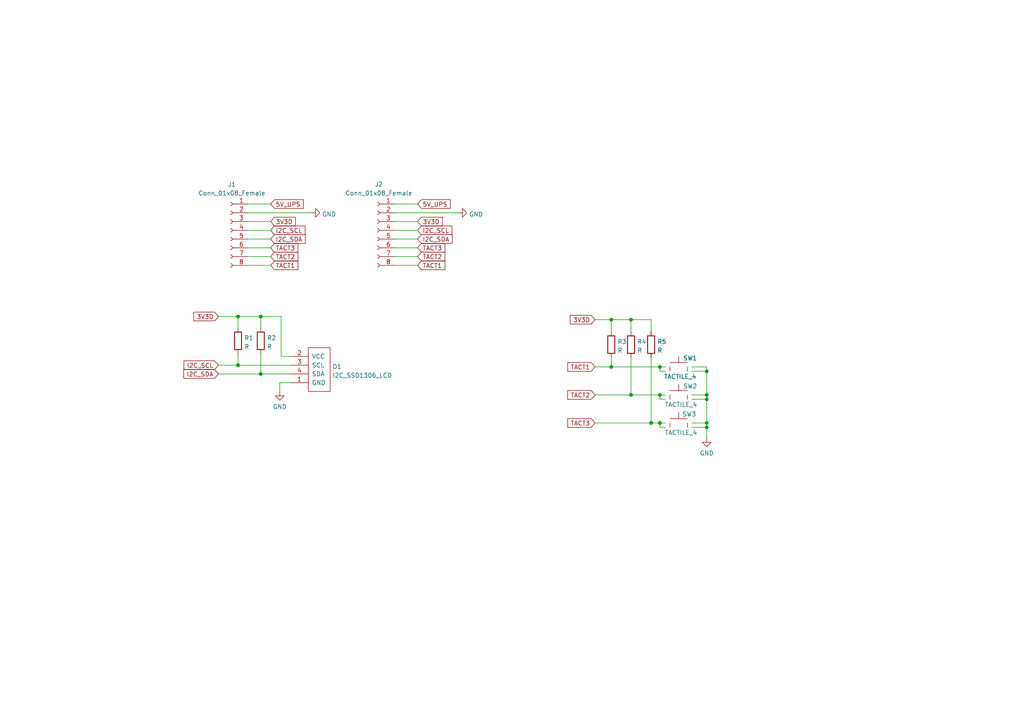
<source format=kicad_sch>
(kicad_sch (version 20211123) (generator eeschema)
  (paper "A4")
  (lib_symbols
    (symbol "Connector:Conn_01x08_Female" (pin_names (offset 1.016) hide)
      (property "Reference" "J" (at 0 10.16 0))
      (property "Value" "Conn_01x08_Female" (at 0 -12.7 0))
      (symbol "Conn_01x08_Female_1_1"
        (arc (start 0 -9.652) (mid -0.508 -10.16) (end 0 -10.668) (stroke (width 0.1524)))
        (arc (start 0 -7.112) (mid -0.508 -7.62) (end 0 -8.128) (stroke (width 0.1524)))
        (arc (start 0 -4.572) (mid -0.508 -5.08) (end 0 -5.588) (stroke (width 0.1524)))
        (arc (start 0 -2.032) (mid -0.508 -2.54) (end 0 -3.048) (stroke (width 0.1524)))
        (polyline (pts (xy -1.27 -10.16) (xy -0.508 -10.16)) (stroke (width 0.1524)))
        (polyline (pts (xy -1.27 -7.62) (xy -0.508 -7.62)) (stroke (width 0.1524)))
        (polyline (pts (xy -1.27 -5.08) (xy -0.508 -5.08)) (stroke (width 0.1524)))
        (polyline (pts (xy -1.27 -2.54) (xy -0.508 -2.54)) (stroke (width 0.1524)))
        (polyline (pts (xy -1.27 0) (xy -0.508 0)) (stroke (width 0.1524)))
        (polyline (pts (xy -1.27 2.54) (xy -0.508 2.54)) (stroke (width 0.1524)))
        (polyline (pts (xy -1.27 5.08) (xy -0.508 5.08)) (stroke (width 0.1524)))
        (polyline (pts (xy -1.27 7.62) (xy -0.508 7.62)) (stroke (width 0.1524)))
        (arc (start 0 0.508) (mid -0.508 0) (end 0 -0.508) (stroke (width 0.1524)))
        (arc (start 0 3.048) (mid -0.508 2.54) (end 0 2.032) (stroke (width 0.1524)))
        (arc (start 0 5.588) (mid -0.508 5.08) (end 0 4.572) (stroke (width 0.1524)))
        (arc (start 0 8.128) (mid -0.508 7.62) (end 0 7.112) (stroke (width 0.1524)))
        (pin passive line (at -5.08 7.62 0) (length 3.81) (name "Pin_1") (number "1"))
        (pin passive line (at -5.08 5.08 0) (length 3.81) (name "Pin_2") (number "2"))
        (pin passive line (at -5.08 2.54 0) (length 3.81) (name "Pin_3") (number "3"))
        (pin passive line (at -5.08 0 0) (length 3.81) (name "Pin_4") (number "4"))
        (pin passive line (at -5.08 -2.54 0) (length 3.81) (name "Pin_5") (number "5"))
        (pin passive line (at -5.08 -5.08 0) (length 3.81) (name "Pin_6") (number "6"))
        (pin passive line (at -5.08 -7.62 0) (length 3.81) (name "Pin_7") (number "7"))
        (pin passive line (at -5.08 -10.16 0) (length 3.81) (name "Pin_8") (number "8"))
      )
    )
    (symbol "Device:R" (pin_numbers hide) (pin_names (offset 0))
      (property "Reference" "R" (at 2.032 0 90))
      (property "Value" "R" (at 0 0 90))
      (symbol "R_0_1"
        (rectangle (start -1.016 -2.54) (end 1.016 2.54) (stroke (width 0.254)))
      )
      (symbol "R_1_1"
        (pin passive line (at 0 3.81 270) (length 1.27) (name "~") (number "1"))
        (pin passive line (at 0 -3.81 90) (length 1.27) (name "~") (number "2"))
      )
    )
    (symbol "Ninja-qPCR:I2C_SSD1306_LCD" (pin_names (offset 1.016))
      (property "Reference" "D" (at 2.54 3.81 0))
      (property "Value" "I2C_SSD1306_LCD" (at 3.81 -12.7 0))
      (symbol "I2C_SSD1306_LCD_0_1"
        (rectangle (start 0 2.54) (end 6.35 -10.16))
      )
      (symbol "I2C_SSD1306_LCD_1_1"
        (pin input line (at -5.08 -7.62 0) (length 5.08) (name "GND") (number "1"))
        (pin input line (at -5.08 0 0) (length 5.08) (name "VCC") (number "2"))
        (pin input line (at -5.08 -2.54 0) (length 5.08) (name "SCL") (number "3"))
        (pin input line (at -5.08 -5.08 0) (length 5.08) (name "SDA") (number "4"))
      )
    )
    (symbol "Ninja-qPCR:TACTILE_4" (pin_numbers hide) (pin_names (offset 1.016) hide)
      (property "Reference" "SW" (at 1.27 2.54 0))
      (property "Value" "TACTILE_4" (at 0 -3.81 0))
      (symbol "TACTILE_4_0_1"
        (polyline (pts (xy -2.54 0) (xy -2.54 -1.27)))
        (polyline (pts (xy 0 1.27) (xy 0 3.048)))
        (polyline (pts (xy 2.54 0) (xy 2.54 -1.27)))
        (polyline (pts (xy 2.54 1.27) (xy -2.54 1.27)))
      )
      (symbol "TACTILE_4_1_1"
        (pin passive line (at -3.81 0 0) (length 2.54) hide (name "1") (number "1"))
        (pin passive line (at -3.81 -1.27 0) (length 2.54) hide (name "2") (number "2"))
        (pin passive line (at 3.81 0 180) (length 2.54) hide (name "3") (number "3"))
        (pin passive line (at 3.81 -1.27 180) (length 2.54) hide (name "4") (number "4"))
      )
    )
    (symbol "power:GND" (power) (pin_names (offset 0))
      (property "Value" "GND" (at 0 -3.81 0))
      (symbol "GND_0_1"
        (polyline (pts (xy 0 0) (xy 0 -1.27) (xy 1.27 -1.27) (xy 0 -2.54) (xy -1.27 -1.27) (xy 0 -1.27)))
      )
      (symbol "GND_1_1"
        (pin power_in line (at 0 0 270) (length 0) hide (name "GND") (number "1"))
      )
    )
  )
  (junction (at 177.292 106.426))
  (junction (at 188.849 122.682))
  (junction (at 204.978 122.682))
  (junction (at 69.0372 105.918))
  (junction (at 204.978 114.554))
  (junction (at 204.978 123.952))
  (junction (at 183.007 114.554))
  (junction (at 191.389 122.682))
  (junction (at 75.6412 91.7956))
  (junction (at 204.978 115.824))
  (junction (at 191.389 106.426))
  (junction (at 69.0372 91.7956))
  (junction (at 204.978 107.696))
  (junction (at 183.007 92.71))
  (junction (at 75.6412 108.458))
  (junction (at 191.389 114.554))
  (junction (at 177.292 92.71))
  (wire (pts (xy 71.9328 69.342) (xy 78.486 69.342)))
  (wire (pts (xy 63.3476 105.918) (xy 69.0372 105.918)))
  (wire (pts (xy 71.9328 76.962) (xy 78.486 76.962)))
  (wire (pts (xy 172.593 106.426) (xy 177.292 106.426)))
  (wire (pts (xy 114.554 76.962) (xy 121.1072 76.962)))
  (wire (pts (xy 183.007 103.759) (xy 183.007 114.554)))
  (wire (pts (xy 177.292 103.759) (xy 177.292 106.426)))
  (wire (pts (xy 75.6412 91.7956) (xy 69.0372 91.7956)))
  (wire (pts (xy 177.292 106.426) (xy 191.389 106.426)))
  (wire (pts (xy 71.9328 74.422) (xy 78.486 74.422)))
  (wire (pts (xy 114.554 74.422) (xy 121.1072 74.422)))
  (wire (pts (xy 183.007 114.554) (xy 191.389 114.554)))
  (wire (pts (xy 188.849 103.759) (xy 188.849 122.682)))
  (wire (pts (xy 200.66 114.554) (xy 204.978 114.554)))
  (wire (pts (xy 75.6412 91.7956) (xy 75.6412 95.0468)))
  (wire (pts (xy 191.389 114.554) (xy 191.389 115.824)))
  (wire (pts (xy 75.6412 102.6668) (xy 75.6412 108.458)))
  (wire (pts (xy 81.534 103.378) (xy 81.534 91.7956)))
  (wire (pts (xy 69.0372 91.7956) (xy 69.0372 95.0468)))
  (wire (pts (xy 71.9328 61.722) (xy 90.2208 61.722)))
  (wire (pts (xy 172.593 114.554) (xy 183.007 114.554)))
  (wire (pts (xy 177.292 92.71) (xy 183.007 92.71)))
  (wire (pts (xy 193.04 122.682) (xy 191.389 122.682)))
  (wire (pts (xy 114.554 61.722) (xy 132.842 61.722)))
  (wire (pts (xy 69.0372 105.918) (xy 84.328 105.918)))
  (wire (pts (xy 75.6412 108.458) (xy 84.328 108.458)))
  (wire (pts (xy 204.978 115.824) (xy 204.978 122.682)))
  (wire (pts (xy 114.554 59.182) (xy 121.1072 59.182)))
  (wire (pts (xy 204.978 123.952) (xy 204.978 127)))
  (wire (pts (xy 191.389 123.952) (xy 193.04 123.952)))
  (wire (pts (xy 172.593 122.682) (xy 188.849 122.682)))
  (wire (pts (xy 71.9328 64.262) (xy 78.486 64.262)))
  (wire (pts (xy 71.9328 66.802) (xy 78.486 66.802)))
  (wire (pts (xy 114.554 66.802) (xy 121.1072 66.802)))
  (wire (pts (xy 114.554 69.342) (xy 121.1072 69.342)))
  (wire (pts (xy 200.66 122.682) (xy 204.978 122.682)))
  (wire (pts (xy 63.3476 108.458) (xy 75.6412 108.458)))
  (wire (pts (xy 193.04 106.426) (xy 191.389 106.426)))
  (wire (pts (xy 200.66 115.824) (xy 204.978 115.824)))
  (wire (pts (xy 204.978 106.426) (xy 204.978 107.696)))
  (wire (pts (xy 69.0372 102.6668) (xy 69.0372 105.918)))
  (wire (pts (xy 193.04 114.554) (xy 191.389 114.554)))
  (wire (pts (xy 191.389 122.682) (xy 191.389 123.952)))
  (wire (pts (xy 204.978 122.682) (xy 204.978 123.952)))
  (wire (pts (xy 191.389 115.824) (xy 193.04 115.824)))
  (wire (pts (xy 81.153 110.998) (xy 81.153 113.538)))
  (wire (pts (xy 71.9328 71.882) (xy 78.486 71.882)))
  (wire (pts (xy 200.66 106.426) (xy 204.978 106.426)))
  (wire (pts (xy 69.0372 91.7956) (xy 63.3984 91.7956)))
  (wire (pts (xy 200.66 123.952) (xy 204.978 123.952)))
  (wire (pts (xy 177.292 92.71) (xy 177.292 96.139)))
  (wire (pts (xy 188.849 92.71) (xy 188.849 96.139)))
  (wire (pts (xy 183.007 92.71) (xy 188.849 92.71)))
  (wire (pts (xy 191.389 107.696) (xy 193.04 107.696)))
  (wire (pts (xy 114.554 64.262) (xy 121.1072 64.262)))
  (wire (pts (xy 84.328 110.998) (xy 81.153 110.998)))
  (wire (pts (xy 200.66 107.696) (xy 204.978 107.696)))
  (wire (pts (xy 204.978 107.696) (xy 204.978 114.554)))
  (wire (pts (xy 84.328 103.378) (xy 81.534 103.378)))
  (wire (pts (xy 188.849 122.682) (xy 191.389 122.682)))
  (wire (pts (xy 204.978 114.554) (xy 204.978 115.824)))
  (wire (pts (xy 114.554 71.882) (xy 121.1072 71.882)))
  (wire (pts (xy 172.466 92.71) (xy 177.292 92.71)))
  (wire (pts (xy 183.007 92.71) (xy 183.007 96.139)))
  (wire (pts (xy 191.389 106.426) (xy 191.389 107.696)))
  (wire (pts (xy 71.9328 59.182) (xy 78.486 59.182)))
  (wire (pts (xy 81.534 91.7956) (xy 75.6412 91.7956)))
  (global_label "3V3D" (shape input) (at 121.1072 64.262 0) (property "Intersheet References" "${INTERSHEET_REFS}" (effects hide)))
  (global_label "I2C_SCL" (shape input) (at 121.1072 66.802 0) (property "Intersheet References" "${INTERSHEET_REFS}" (effects hide)))
  (global_label "TACT3" (shape input) (at 121.1072 71.882 0) (property "Intersheet References" "${INTERSHEET_REFS}" (effects hide)))
  (global_label "3V3D" (shape input) (at 172.593 92.71 180) (property "Intersheet References" "${INTERSHEET_REFS}" (effects hide)))
  (global_label "I2C_SCL" (shape input) (at 78.486 66.802 0) (property "Intersheet References" "${INTERSHEET_REFS}" (effects hide)))
  (global_label "TACT1" (shape input) (at 121.1072 76.962 0) (property "Intersheet References" "${INTERSHEET_REFS}" (effects hide)))
  (global_label "TACT2" (shape input) (at 121.1072 74.422 0) (property "Intersheet References" "${INTERSHEET_REFS}" (effects hide)))
  (global_label "I2C_SCL" (shape input) (at 63.3476 105.918 180) (property "Intersheet References" "${INTERSHEET_REFS}" (effects hide)))
  (global_label "5V_UPS" (shape input) (at 121.1072 59.182 0) (property "Intersheet References" "${INTERSHEET_REFS}" (effects hide)))
  (global_label "TACT1" (shape input) (at 172.593 106.426 180) (property "Intersheet References" "${INTERSHEET_REFS}" (effects hide)))
  (global_label "TACT1" (shape input) (at 78.486 76.962 0) (property "Intersheet References" "${INTERSHEET_REFS}" (effects hide)))
  (global_label "I2C_SDA" (shape input) (at 121.1072 69.342 0) (property "Intersheet References" "${INTERSHEET_REFS}" (effects hide)))
  (global_label "TACT3" (shape input) (at 78.486 71.882 0) (property "Intersheet References" "${INTERSHEET_REFS}" (effects hide)))
  (global_label "TACT2" (shape input) (at 172.593 114.554 180) (property "Intersheet References" "${INTERSHEET_REFS}" (effects hide)))
  (global_label "TACT2" (shape input) (at 78.486 74.422 0) (property "Intersheet References" "${INTERSHEET_REFS}" (effects hide)))
  (global_label "I2C_SDA" (shape input) (at 78.486 69.342 0) (property "Intersheet References" "${INTERSHEET_REFS}" (effects hide)))
  (global_label "3V3D" (shape input) (at 63.3984 91.7956 180) (property "Intersheet References" "${INTERSHEET_REFS}" (effects hide)))
  (global_label "I2C_SDA" (shape input) (at 63.3476 108.458 180) (property "Intersheet References" "${INTERSHEET_REFS}" (effects hide)))
  (global_label "TACT3" (shape input) (at 172.593 122.682 180) (property "Intersheet References" "${INTERSHEET_REFS}" (effects hide)))
  (global_label "5V_UPS" (shape input) (at 78.486 59.182 0) (property "Intersheet References" "${INTERSHEET_REFS}" (effects hide)))
  (global_label "3V3D" (shape input) (at 78.486 64.262 0) (property "Intersheet References" "${INTERSHEET_REFS}" (effects hide)))
  (symbol (lib_id "Device:R") (at 177.292 99.949 0) (unit 1)
    (property "Reference" "R3" (at 179.07 99.1143 0) (effects (justify left)))
    (property "Value" "R" (at 179.07 101.6512 0) (effects (justify left)))
    (property "Footprint" "Resistor_SMD:R_0603_1608Metric" (effects hide))
  )
  (symbol (lib_id "power:GND") (at 132.842 61.722 90) (unit 1)
    (property "Reference" "#PWR0104" (effects hide))
    (property "Value" "GND" (at 136.017 62.1558 90) (effects (justify right)))
  )
  (symbol (lib_id "Device:R") (at 188.849 99.949 0) (unit 1)
    (property "Reference" "R5" (at 190.627 99.1143 0) (effects (justify left)))
    (property "Value" "R" (at 190.627 101.6512 0) (effects (justify left)))
    (property "Footprint" "Resistor_SMD:R_0603_1608Metric" (effects hide))
  )
  (symbol (lib_id "power:GND") (at 90.2208 61.722 90) (unit 1)
    (property "Reference" "#PWR0101" (effects hide))
    (property "Value" "GND" (at 93.3958 62.1558 90) (effects (justify right)))
  )
  (symbol (lib_id "Ninja-qPCR:I2C_SSD1306_LCD") (at 89.408 103.378 0) (unit 1)
    (property "Reference" "D1" (at 96.393 106.3533 0) (effects (justify left)))
    (property "Value" "I2C_SSD1306_LCD" (at 96.393 108.8902 0) (effects (justify left)))
    (property "Footprint" "Ninja-qPCR:ALI_I2C_LCD" (effects hide))
  )
  (symbol (lib_id "Device:R") (at 183.007 99.949 0) (unit 1)
    (property "Reference" "R4" (at 184.785 99.1143 0) (effects (justify left)))
    (property "Value" "R" (at 184.785 101.6512 0) (effects (justify left)))
    (property "Footprint" "Resistor_SMD:R_0603_1608Metric" (effects hide))
  )
  (symbol (lib_id "power:GND") (at 81.153 113.538 0) (unit 1)
    (property "Reference" "#PWR0103" (effects hide))
    (property "Value" "GND" (at 81.153 117.9814 0))
  )
  (symbol (lib_id "Ninja-qPCR:TACTILE_4") (at 196.85 114.554 0) (unit 1)
    (property "Reference" "SW2" (at 198.12 112.014 0) (effects (justify left)))
    (property "Value" "TACTILE_4" (at 192.786 117.348 0) (effects (justify left)))
    (property "Footprint" "Ninja-qPCR:SW_TH_Tactile_Omron_B3F-10xx" (effects hide))
    (property "Datasheet" "http://www.apem.com/int/index.php?controller=attachment&id_attachment=488" (effects hide))
  )
  (symbol (lib_id "power:GND") (at 204.978 127 0) (unit 1)
    (property "Reference" "#PWR0102" (effects hide))
    (property "Value" "GND" (at 204.978 131.4434 0))
  )
  (symbol (lib_id "Ninja-qPCR:TACTILE_4") (at 196.85 122.682 0) (unit 1)
    (property "Reference" "SW3" (at 197.866 120.142 0) (effects (justify left)))
    (property "Value" "TACTILE_4" (at 192.786 125.476 0) (effects (justify left)))
    (property "Footprint" "Ninja-qPCR:SW_TH_Tactile_Omron_B3F-10xx" (effects hide))
    (property "Datasheet" "http://www.apem.com/int/index.php?controller=attachment&id_attachment=488" (effects hide))
  )
  (symbol (lib_id "Connector:Conn_01x08_Female") (at 66.8528 66.802 0) (mirror y) (unit 1)
    (property "Reference" "J1" (at 67.2592 53.4955 0))
    (property "Value" "Conn_01x08_Female" (at 67.2592 56.0324 0))
    (property "Footprint" "Connector_PinSocket_2.54mm:PinSocket_1x08_P2.54mm_Vertical" (effects hide))
  )
  (symbol (lib_id "Ninja-qPCR:TACTILE_4") (at 196.85 106.426 0) (unit 1)
    (property "Reference" "SW1" (at 198.12 103.886 0) (effects (justify left)))
    (property "Value" "TACTILE_4" (at 192.532 109.22 0) (effects (justify left)))
    (property "Footprint" "Ninja-qPCR:SW_TH_Tactile_Omron_B3F-10xx" (effects hide))
    (property "Datasheet" "http://www.apem.com/int/index.php?controller=attachment&id_attachment=488" (effects hide))
  )
  (symbol (lib_id "Device:R") (at 75.6412 98.8568 0) (unit 1)
    (property "Reference" "R2" (at 77.4192 98.0221 0) (effects (justify left)))
    (property "Value" "R" (at 77.4192 100.559 0) (effects (justify left)))
    (property "Footprint" "Resistor_SMD:R_0603_1608Metric" (effects hide))
  )
  (symbol (lib_id "Device:R") (at 69.0372 98.8568 0) (unit 1)
    (property "Reference" "R1" (at 70.8152 98.0221 0) (effects (justify left)))
    (property "Value" "R" (at 70.8152 100.559 0) (effects (justify left)))
    (property "Footprint" "Resistor_SMD:R_0603_1608Metric" (effects hide))
  )
  (symbol (lib_id "Connector:Conn_01x08_Female") (at 109.474 66.802 0) (mirror y) (unit 1)
    (property "Reference" "J2" (at 109.8804 53.4955 0))
    (property "Value" "Conn_01x08_Female" (at 109.8804 56.0324 0))
    (property "Footprint" "Connector_PinSocket_2.54mm:PinSocket_2x04_P2.54mm_Vertical" (effects hide))
  )
)
</source>
